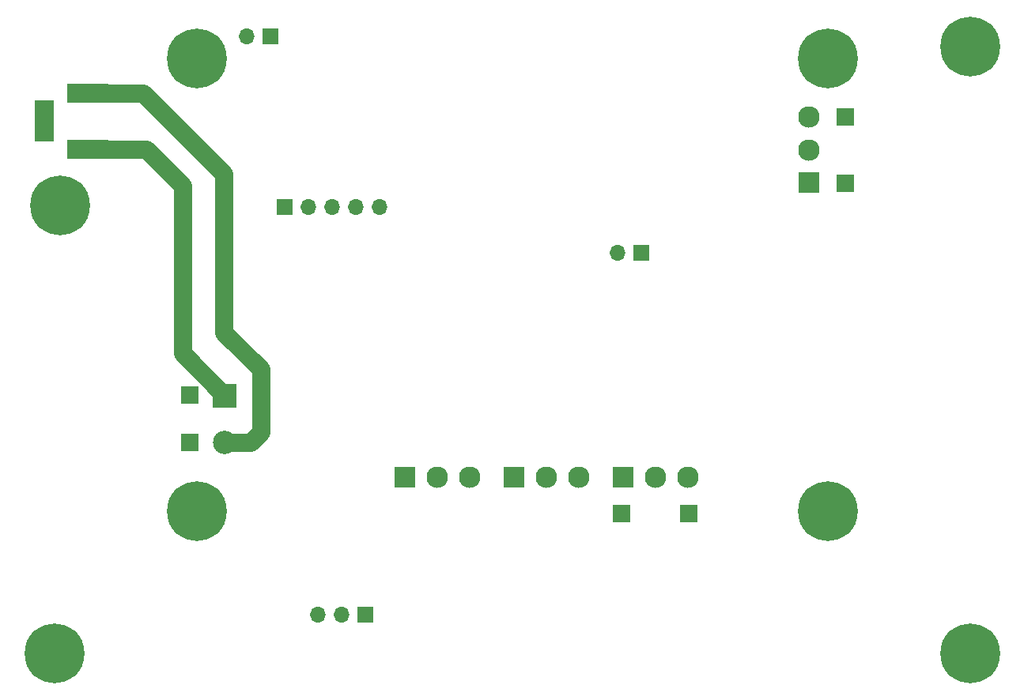
<source format=gbl>
G04 #@! TF.GenerationSoftware,KiCad,Pcbnew,6.0.2+dfsg-1*
G04 #@! TF.CreationDate,2023-08-12T13:44:09-06:00*
G04 #@! TF.ProjectId,ckt-soundplay-test,636b742d-736f-4756-9e64-706c61792d74,rev?*
G04 #@! TF.SameCoordinates,Original*
G04 #@! TF.FileFunction,Copper,L2,Bot*
G04 #@! TF.FilePolarity,Positive*
%FSLAX46Y46*%
G04 Gerber Fmt 4.6, Leading zero omitted, Abs format (unit mm)*
G04 Created by KiCad (PCBNEW 6.0.2+dfsg-1) date 2023-08-12 13:44:09*
%MOMM*%
%LPD*%
G01*
G04 APERTURE LIST*
G04 #@! TA.AperFunction,ComponentPad*
%ADD10R,2.500000X2.500000*%
G04 #@! TD*
G04 #@! TA.AperFunction,ComponentPad*
%ADD11C,2.500000*%
G04 #@! TD*
G04 #@! TA.AperFunction,ComponentPad*
%ADD12R,2.300000X2.300000*%
G04 #@! TD*
G04 #@! TA.AperFunction,ComponentPad*
%ADD13C,2.300000*%
G04 #@! TD*
G04 #@! TA.AperFunction,ComponentPad*
%ADD14C,6.400000*%
G04 #@! TD*
G04 #@! TA.AperFunction,ComponentPad*
%ADD15R,1.700000X1.700000*%
G04 #@! TD*
G04 #@! TA.AperFunction,ComponentPad*
%ADD16O,1.700000X1.700000*%
G04 #@! TD*
G04 #@! TA.AperFunction,ComponentPad*
%ADD17R,1.905000X1.905000*%
G04 #@! TD*
G04 #@! TA.AperFunction,ComponentPad*
%ADD18R,4.500000X2.000000*%
G04 #@! TD*
G04 #@! TA.AperFunction,ComponentPad*
%ADD19R,2.000000X4.500000*%
G04 #@! TD*
G04 #@! TA.AperFunction,Conductor*
%ADD20C,1.905000*%
G04 #@! TD*
G04 APERTURE END LIST*
D10*
X108920000Y-84876000D03*
D11*
X108920000Y-89876000D03*
D12*
X128199000Y-93657000D03*
D13*
X131699000Y-93657000D03*
X135199000Y-93657000D03*
D14*
X173482000Y-97282000D03*
X90678000Y-112522000D03*
X173482000Y-48768000D03*
D15*
X123952000Y-108331000D03*
D16*
X121412000Y-108331000D03*
X118872000Y-108331000D03*
D17*
X175386993Y-54990997D03*
D12*
X139883000Y-93657000D03*
D13*
X143383000Y-93657000D03*
X146883000Y-93657000D03*
D12*
X171508000Y-62047000D03*
D13*
X171508000Y-58547000D03*
X171508000Y-55047000D03*
D14*
X188722000Y-112522000D03*
D15*
X113797000Y-46355000D03*
D16*
X111257000Y-46355000D03*
D15*
X153548000Y-69596000D03*
D16*
X151008000Y-69596000D03*
D14*
X91313000Y-64516000D03*
D17*
X105156000Y-84836000D03*
X151384000Y-97536000D03*
X158623000Y-97536000D03*
D14*
X105918000Y-97282000D03*
X105918000Y-48768000D03*
D18*
X94276000Y-58470000D03*
X94276000Y-52470000D03*
D19*
X89576000Y-55470000D03*
D14*
X188722000Y-47498000D03*
D17*
X175387000Y-62103000D03*
X105156000Y-89916000D03*
D12*
X151567000Y-93657000D03*
D13*
X155067000Y-93657000D03*
X158567000Y-93657000D03*
D15*
X115316000Y-64643000D03*
D16*
X117856000Y-64643000D03*
X120396000Y-64643000D03*
X122936000Y-64643000D03*
X125476000Y-64643000D03*
D20*
X104394000Y-80350000D02*
X108920000Y-84876000D01*
X100507000Y-58470000D02*
X104394000Y-62357000D01*
X104394000Y-62357000D02*
X104394000Y-80350000D01*
X94276000Y-58470000D02*
X100507000Y-58470000D01*
X112776000Y-88773000D02*
X111673000Y-89876000D01*
X111673000Y-89876000D02*
X108920000Y-89876000D01*
X108839000Y-61087000D02*
X108839000Y-78105000D01*
X100222000Y-52470000D02*
X108839000Y-61087000D01*
X94276000Y-52470000D02*
X100222000Y-52470000D01*
X108839000Y-78105000D02*
X112776000Y-82042000D01*
X112776000Y-82042000D02*
X112776000Y-88773000D01*
M02*

</source>
